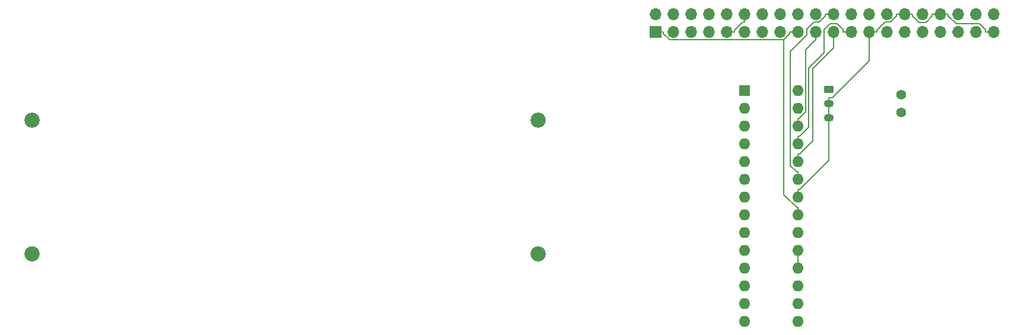
<source format=gbl>
G04 #@! TF.GenerationSoftware,KiCad,Pcbnew,8.0.5*
G04 #@! TF.CreationDate,2024-09-15T00:24:01-05:00*
G04 #@! TF.ProjectId,Lab1APCB,4c616231-4150-4434-922e-6b696361645f,rev?*
G04 #@! TF.SameCoordinates,Original*
G04 #@! TF.FileFunction,Copper,L2,Bot*
G04 #@! TF.FilePolarity,Positive*
%FSLAX46Y46*%
G04 Gerber Fmt 4.6, Leading zero omitted, Abs format (unit mm)*
G04 Created by KiCad (PCBNEW 8.0.5) date 2024-09-15 00:24:01*
%MOMM*%
%LPD*%
G01*
G04 APERTURE LIST*
G04 Aperture macros list*
%AMRoundRect*
0 Rectangle with rounded corners*
0 $1 Rounding radius*
0 $2 $3 $4 $5 $6 $7 $8 $9 X,Y pos of 4 corners*
0 Add a 4 corners polygon primitive as box body*
4,1,4,$2,$3,$4,$5,$6,$7,$8,$9,$2,$3,0*
0 Add four circle primitives for the rounded corners*
1,1,$1+$1,$2,$3*
1,1,$1+$1,$4,$5*
1,1,$1+$1,$6,$7*
1,1,$1+$1,$8,$9*
0 Add four rect primitives between the rounded corners*
20,1,$1+$1,$2,$3,$4,$5,0*
20,1,$1+$1,$4,$5,$6,$7,0*
20,1,$1+$1,$6,$7,$8,$9,0*
20,1,$1+$1,$8,$9,$2,$3,0*%
G04 Aperture macros list end*
G04 #@! TA.AperFunction,ComponentPad*
%ADD10C,2.175000*%
G04 #@! TD*
G04 #@! TA.AperFunction,ComponentPad*
%ADD11RoundRect,0.249700X-0.450300X-0.300300X0.450300X-0.300300X0.450300X0.300300X-0.450300X0.300300X0*%
G04 #@! TD*
G04 #@! TA.AperFunction,ComponentPad*
%ADD12O,1.400000X1.100000*%
G04 #@! TD*
G04 #@! TA.AperFunction,ComponentPad*
%ADD13C,1.400000*%
G04 #@! TD*
G04 #@! TA.AperFunction,ComponentPad*
%ADD14R,1.600000X1.600000*%
G04 #@! TD*
G04 #@! TA.AperFunction,ComponentPad*
%ADD15O,1.600000X1.600000*%
G04 #@! TD*
G04 #@! TA.AperFunction,ComponentPad*
%ADD16R,1.700000X1.700000*%
G04 #@! TD*
G04 #@! TA.AperFunction,ComponentPad*
%ADD17O,1.700000X1.700000*%
G04 #@! TD*
G04 #@! TA.AperFunction,Conductor*
%ADD18C,0.200000*%
G04 #@! TD*
G04 APERTURE END LIST*
D10*
X19390000Y-80565000D03*
X91610000Y-61435000D03*
X91610000Y-80565000D03*
X19390000Y-61435000D03*
D11*
X133115000Y-57030000D03*
D12*
X133115000Y-59030000D03*
X133115000Y-61030000D03*
D13*
X143415000Y-60300000D03*
X143415000Y-57760000D03*
D14*
X121100000Y-57175000D03*
D15*
X121100000Y-59715000D03*
X121100000Y-62255000D03*
X121100000Y-64795000D03*
X121100000Y-67335000D03*
X121100000Y-69875000D03*
X121100000Y-72415000D03*
X121100000Y-74955000D03*
X121100000Y-77495000D03*
X121100000Y-80035000D03*
X121100000Y-82575000D03*
X121100000Y-85115000D03*
X121100000Y-87655000D03*
X121100000Y-90195000D03*
X128720000Y-90195000D03*
X128720000Y-87655000D03*
X128720000Y-85115000D03*
X128720000Y-82575000D03*
X128720000Y-80035000D03*
X128720000Y-77495000D03*
X128720000Y-74955000D03*
X128720000Y-72415000D03*
X128720000Y-69875000D03*
X128720000Y-67335000D03*
X128720000Y-64795000D03*
X128720000Y-62255000D03*
X128720000Y-59715000D03*
X128720000Y-57175000D03*
D16*
X108370000Y-48770000D03*
D17*
X108370000Y-46230000D03*
X110910000Y-48770000D03*
X110910000Y-46230000D03*
X113450000Y-48770000D03*
X113450000Y-46230000D03*
X115990000Y-48770000D03*
X115990000Y-46230000D03*
X118530000Y-48770000D03*
X118530000Y-46230000D03*
X121070000Y-48770000D03*
X121070000Y-46230000D03*
X123610000Y-48770000D03*
X123610000Y-46230000D03*
X126150000Y-48770000D03*
X126150000Y-46230000D03*
X128690000Y-48770000D03*
X128690000Y-46230000D03*
X131230000Y-48770000D03*
X131230000Y-46230000D03*
X133770000Y-48770000D03*
X133770000Y-46230000D03*
X136310000Y-48770000D03*
X136310000Y-46230000D03*
X138850000Y-48770000D03*
X138850000Y-46230000D03*
X141390000Y-48770000D03*
X141390000Y-46230000D03*
X143930000Y-48770000D03*
X143930000Y-46230000D03*
X146470000Y-48770000D03*
X146470000Y-46230000D03*
X149010000Y-48770000D03*
X149010000Y-46230000D03*
X151550000Y-48770000D03*
X151550000Y-46230000D03*
X154090000Y-48770000D03*
X154090000Y-46230000D03*
X156630000Y-48770000D03*
X156630000Y-46230000D03*
D18*
X143930000Y-46230000D02*
X142778000Y-46230000D01*
X133115000Y-67146600D02*
X133115000Y-61030000D01*
X146004000Y-47420600D02*
X145082000Y-46498500D01*
X133618000Y-58178300D02*
X133115000Y-58178300D01*
X140002000Y-48770000D02*
X138850000Y-48770000D01*
X121070000Y-47381700D02*
X120802000Y-47381700D01*
X141915000Y-47381700D02*
X141122000Y-47381700D01*
X128948000Y-71313300D02*
X133115000Y-67146600D01*
X128720000Y-72415000D02*
X128720000Y-71313300D01*
X138850000Y-52946300D02*
X133618000Y-58178300D01*
X138850000Y-48770000D02*
X138850000Y-52946300D01*
X155478000Y-48482000D02*
X154615000Y-47618300D01*
X128720000Y-71313300D02*
X128948000Y-71313300D01*
X145082000Y-46230000D02*
X143930000Y-46230000D01*
X155478000Y-48770000D02*
X155478000Y-48482000D01*
X119682000Y-48770000D02*
X118530000Y-48770000D01*
X147858000Y-46230000D02*
X147858000Y-46517900D01*
X150162000Y-46230000D02*
X149010000Y-46230000D01*
X146956000Y-47420600D02*
X146004000Y-47420600D01*
X156630000Y-48770000D02*
X155478000Y-48770000D01*
X140002000Y-48501500D02*
X140002000Y-48770000D01*
X154615000Y-47618300D02*
X151282000Y-47618300D01*
X128720000Y-80035000D02*
X128720000Y-82575000D01*
X119682000Y-48501500D02*
X119682000Y-48770000D01*
X151282000Y-47618300D02*
X150162000Y-46498500D01*
X145082000Y-46498500D02*
X145082000Y-46230000D01*
X142778000Y-46230000D02*
X142778000Y-46518000D01*
X133115000Y-58178300D02*
X133115000Y-59030000D01*
X120802000Y-47381700D02*
X119682000Y-48501500D01*
X147858000Y-46517900D02*
X146956000Y-47420600D01*
X150162000Y-46498500D02*
X150162000Y-46230000D01*
X121070000Y-46230000D02*
X121070000Y-47381700D01*
X141122000Y-47381700D02*
X140002000Y-48501500D01*
X142778000Y-46518000D02*
X141915000Y-47381700D01*
X133115000Y-59030000D02*
X133115000Y-61030000D01*
X149010000Y-46230000D02*
X147858000Y-46230000D01*
X128720000Y-61153300D02*
X128720000Y-62255000D01*
X129823000Y-51328500D02*
X129823000Y-60223000D01*
X129823000Y-60223000D02*
X128893000Y-61153300D01*
X131230000Y-48770000D02*
X131230000Y-49921700D01*
X128893000Y-61153300D02*
X128720000Y-61153300D01*
X131230000Y-49921700D02*
X129823000Y-51328500D01*
X133770000Y-48770000D02*
X133770000Y-51102800D01*
X128946000Y-66233300D02*
X128720000Y-66233300D01*
X128720000Y-66233300D02*
X128720000Y-67335000D01*
X130798000Y-64381200D02*
X128946000Y-66233300D01*
X133770000Y-51102800D02*
X130798000Y-54075200D01*
X130798000Y-54075200D02*
X130798000Y-64381200D01*
X128720000Y-68773300D02*
X128720000Y-69875000D01*
X129960000Y-49217600D02*
X127615000Y-51562200D01*
X130963000Y-47381700D02*
X129960000Y-48384600D01*
X128492000Y-68773300D02*
X128720000Y-68773300D01*
X132618000Y-46518000D02*
X131755000Y-47381700D01*
X127615000Y-67897000D02*
X128492000Y-68773300D01*
X127615000Y-51562200D02*
X127615000Y-67897000D01*
X129960000Y-48384600D02*
X129960000Y-49217600D01*
X133770000Y-46230000D02*
X132618000Y-46230000D01*
X131755000Y-47381700D02*
X130963000Y-47381700D01*
X132618000Y-46230000D02*
X132618000Y-46518000D01*
X132441000Y-51722000D02*
X130249000Y-53914300D01*
X134289000Y-47613000D02*
X133239000Y-47613000D01*
X128720000Y-63693300D02*
X128720000Y-64795000D01*
X128948000Y-63693300D02*
X128720000Y-63693300D01*
X135158000Y-48482100D02*
X134289000Y-47613000D01*
X135158000Y-48770000D02*
X135158000Y-48482100D01*
X136310000Y-48770000D02*
X135158000Y-48770000D01*
X133239000Y-47613000D02*
X132441000Y-48410200D01*
X130249000Y-53914300D02*
X130249000Y-62392500D01*
X130249000Y-62392500D02*
X128948000Y-63693300D01*
X132441000Y-48410200D02*
X132441000Y-51722000D01*
X108370000Y-48770000D02*
X109522000Y-48770000D01*
X126674000Y-72036100D02*
X128492000Y-73853300D01*
X126674000Y-49921700D02*
X126674000Y-72036100D01*
X110385000Y-49921700D02*
X126674000Y-49921700D01*
X127538000Y-48770000D02*
X127538000Y-49057900D01*
X128720000Y-73853300D02*
X128720000Y-74955000D01*
X109522000Y-48770000D02*
X109522000Y-49058000D01*
X127538000Y-49057900D02*
X126674000Y-49921700D01*
X109522000Y-49058000D02*
X110385000Y-49921700D01*
X128492000Y-73853300D02*
X128720000Y-73853300D01*
X128690000Y-48770000D02*
X127538000Y-48770000D01*
M02*

</source>
